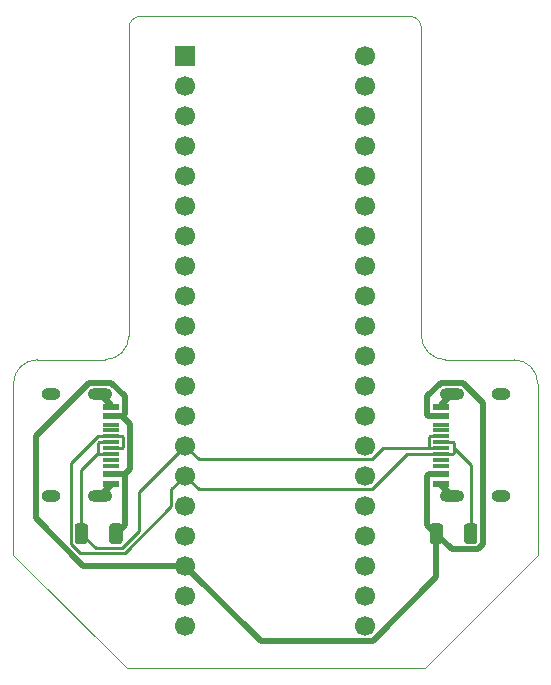
<source format=gbr>
%TF.GenerationSoftware,KiCad,Pcbnew,(5.1.10-1-10_14)*%
%TF.CreationDate,2021-07-13T06:28:44-07:00*%
%TF.ProjectId,Synapse,53796e61-7073-4652-9e6b-696361645f70,rev?*%
%TF.SameCoordinates,Original*%
%TF.FileFunction,Copper,L1,Top*%
%TF.FilePolarity,Positive*%
%FSLAX46Y46*%
G04 Gerber Fmt 4.6, Leading zero omitted, Abs format (unit mm)*
G04 Created by KiCad (PCBNEW (5.1.10-1-10_14)) date 2021-07-13 06:28:44*
%MOMM*%
%LPD*%
G01*
G04 APERTURE LIST*
%TA.AperFunction,Profile*%
%ADD10C,0.050000*%
%TD*%
%TA.AperFunction,SMDPad,CuDef*%
%ADD11R,1.450000X0.600000*%
%TD*%
%TA.AperFunction,SMDPad,CuDef*%
%ADD12R,1.450000X0.300000*%
%TD*%
%TA.AperFunction,ComponentPad*%
%ADD13O,2.100000X1.000000*%
%TD*%
%TA.AperFunction,ComponentPad*%
%ADD14O,1.600000X1.000000*%
%TD*%
%TA.AperFunction,ComponentPad*%
%ADD15C,1.700000*%
%TD*%
%TA.AperFunction,ComponentPad*%
%ADD16R,1.700000X1.700000*%
%TD*%
%TA.AperFunction,Conductor*%
%ADD17C,0.250000*%
%TD*%
%TA.AperFunction,Conductor*%
%ADD18C,0.500000*%
%TD*%
G04 APERTURE END LIST*
D10*
X163474400Y-75285600D02*
X173050200Y-65684400D01*
X138277600Y-75285600D02*
X128651000Y-65684400D01*
X171018200Y-49149000D02*
G75*
G02*
X173050200Y-51181000I0J-2032000D01*
G01*
X128651000Y-51181000D02*
G75*
G02*
X130683000Y-49149000I2032000J0D01*
G01*
X163195000Y-47117000D02*
X163195000Y-21082000D01*
X138430000Y-47117000D02*
X138430000Y-21082000D01*
X165227000Y-49149000D02*
X171018200Y-49149000D01*
X136398000Y-49149000D02*
X130683000Y-49149000D01*
X165227000Y-49149000D02*
G75*
G02*
X163195000Y-47117000I0J2032000D01*
G01*
X138430000Y-47117000D02*
G75*
G02*
X136398000Y-49149000I-2032000J0D01*
G01*
X139446000Y-20066000D02*
X162179000Y-20066000D01*
X128651000Y-65684400D02*
X128651000Y-51181000D01*
X163474400Y-75285600D02*
X138277600Y-75285600D01*
X173050200Y-51181000D02*
X173050200Y-65684400D01*
X162179000Y-20066000D02*
G75*
G02*
X163195000Y-21082000I0J-1016000D01*
G01*
X138430000Y-21082000D02*
G75*
G02*
X139446000Y-20066000I1016000J0D01*
G01*
%TO.P,R2,2*%
%TO.N,Net-(J1-PadA7)*%
%TA.AperFunction,SMDPad,CuDef*%
G36*
G01*
X166812800Y-64506001D02*
X166812800Y-63255999D01*
G75*
G02*
X167062799Y-63006000I249999J0D01*
G01*
X167687801Y-63006000D01*
G75*
G02*
X167937800Y-63255999I0J-249999D01*
G01*
X167937800Y-64506001D01*
G75*
G02*
X167687801Y-64756000I-249999J0D01*
G01*
X167062799Y-64756000D01*
G75*
G02*
X166812800Y-64506001I0J249999D01*
G01*
G37*
%TD.AperFunction*%
%TO.P,R2,1*%
%TO.N,Net-(J1-PadA4)*%
%TA.AperFunction,SMDPad,CuDef*%
G36*
G01*
X163887800Y-64506001D02*
X163887800Y-63255999D01*
G75*
G02*
X164137799Y-63006000I249999J0D01*
G01*
X164762801Y-63006000D01*
G75*
G02*
X165012800Y-63255999I0J-249999D01*
G01*
X165012800Y-64506001D01*
G75*
G02*
X164762801Y-64756000I-249999J0D01*
G01*
X164137799Y-64756000D01*
G75*
G02*
X163887800Y-64506001I0J249999D01*
G01*
G37*
%TD.AperFunction*%
%TD*%
%TO.P,R1,2*%
%TO.N,Net-(J1-PadA6)*%
%TA.AperFunction,SMDPad,CuDef*%
G36*
G01*
X134964600Y-63255999D02*
X134964600Y-64506001D01*
G75*
G02*
X134714601Y-64756000I-249999J0D01*
G01*
X134089599Y-64756000D01*
G75*
G02*
X133839600Y-64506001I0J249999D01*
G01*
X133839600Y-63255999D01*
G75*
G02*
X134089599Y-63006000I249999J0D01*
G01*
X134714601Y-63006000D01*
G75*
G02*
X134964600Y-63255999I0J-249999D01*
G01*
G37*
%TD.AperFunction*%
%TO.P,R1,1*%
%TO.N,Net-(J1-PadA4)*%
%TA.AperFunction,SMDPad,CuDef*%
G36*
G01*
X137889600Y-63255999D02*
X137889600Y-64506001D01*
G75*
G02*
X137639601Y-64756000I-249999J0D01*
G01*
X137014599Y-64756000D01*
G75*
G02*
X136764600Y-64506001I0J249999D01*
G01*
X136764600Y-63255999D01*
G75*
G02*
X137014599Y-63006000I249999J0D01*
G01*
X137639601Y-63006000D01*
G75*
G02*
X137889600Y-63255999I0J-249999D01*
G01*
G37*
%TD.AperFunction*%
%TD*%
D11*
%TO.P,USB1,B1*%
%TO.N,/GND*%
X136887000Y-59638000D03*
%TO.P,USB1,A9*%
%TO.N,Net-(J1-PadA4)*%
X136887000Y-58838000D03*
%TO.P,USB1,B9*%
X136887000Y-53938000D03*
%TO.P,USB1,B12*%
%TO.N,/GND*%
X136887000Y-53138000D03*
%TO.P,USB1,A1*%
X136887000Y-53138000D03*
%TO.P,USB1,A4*%
%TO.N,Net-(J1-PadA4)*%
X136887000Y-53938000D03*
%TO.P,USB1,B4*%
X136887000Y-58838000D03*
%TO.P,USB1,A12*%
%TO.N,/GND*%
X136887000Y-59638000D03*
D12*
%TO.P,USB1,B8*%
%TO.N,N/C*%
X136887000Y-54638000D03*
%TO.P,USB1,A5*%
X136887000Y-55138000D03*
%TO.P,USB1,B7*%
%TO.N,Net-(J1-PadA7)*%
X136887000Y-55638000D03*
%TO.P,USB1,A7*%
X136887000Y-56638000D03*
%TO.P,USB1,B6*%
%TO.N,Net-(J1-PadA6)*%
X136887000Y-57138000D03*
%TO.P,USB1,A8*%
%TO.N,N/C*%
X136887000Y-57638000D03*
%TO.P,USB1,B5*%
X136887000Y-58138000D03*
%TO.P,USB1,A6*%
%TO.N,Net-(J1-PadA6)*%
X136887000Y-56138000D03*
D13*
%TO.P,USB1,S1*%
%TO.N,/GND*%
X135972000Y-60708000D03*
X135972000Y-52068000D03*
D14*
X131792000Y-52068000D03*
X131792000Y-60708000D03*
%TD*%
D15*
%TO.P,U1,40*%
%TO.N,N/C*%
X158440000Y-23400000D03*
D16*
%TO.P,U1,1*%
X143200000Y-23400000D03*
D15*
%TO.P,U1,39*%
%TO.N,/GND*%
X158440000Y-25940000D03*
%TO.P,U1,2*%
%TO.N,N/C*%
X143200000Y-25940000D03*
%TO.P,U1,38*%
X158440000Y-28480000D03*
%TO.P,U1,3*%
X143200000Y-28480000D03*
%TO.P,U1,37*%
X158440000Y-31020000D03*
%TO.P,U1,4*%
X143200000Y-31020000D03*
%TO.P,U1,36*%
X158440000Y-33560000D03*
%TO.P,U1,5*%
X143200000Y-33560000D03*
%TO.P,U1,35*%
X158440000Y-36100000D03*
%TO.P,U1,6*%
X143200000Y-36100000D03*
%TO.P,U1,34*%
X158440000Y-38640000D03*
%TO.P,U1,7*%
X143200000Y-38640000D03*
%TO.P,U1,33*%
X158440000Y-41180000D03*
%TO.P,U1,8*%
X143200000Y-41180000D03*
%TO.P,U1,32*%
X158440000Y-43720000D03*
%TO.P,U1,9*%
X143200000Y-43720000D03*
%TO.P,U1,31*%
X158440000Y-46260000D03*
%TO.P,U1,10*%
X143200000Y-46260000D03*
%TO.P,U1,30*%
X158440000Y-48800000D03*
%TO.P,U1,11*%
X143200000Y-48800000D03*
%TO.P,U1,29*%
X158440000Y-51340000D03*
%TO.P,U1,12*%
X143200000Y-51340000D03*
%TO.P,U1,28*%
X158440000Y-53880000D03*
%TO.P,U1,13*%
X143200000Y-53880000D03*
%TO.P,U1,27*%
X158440000Y-56420000D03*
%TO.P,U1,14*%
%TO.N,Net-(J1-PadA6)*%
X143200000Y-56420000D03*
%TO.P,U1,26*%
%TO.N,N/C*%
X158440000Y-58960000D03*
%TO.P,U1,15*%
%TO.N,Net-(J1-PadA7)*%
X143200000Y-58960000D03*
%TO.P,U1,25*%
%TO.N,N/C*%
X158440000Y-61500000D03*
%TO.P,U1,16*%
X143200000Y-61500000D03*
%TO.P,U1,24*%
X158440000Y-64040000D03*
%TO.P,U1,17*%
X143200000Y-64040000D03*
%TO.P,U1,23*%
X158440000Y-66580000D03*
%TO.P,U1,18*%
%TO.N,Net-(J1-PadA4)*%
X143200000Y-66580000D03*
%TO.P,U1,22*%
%TO.N,N/C*%
X158440000Y-69120000D03*
%TO.P,U1,19*%
%TO.N,/GND*%
X143200000Y-69120000D03*
%TO.P,U1,21*%
%TO.N,N/C*%
X158440000Y-71660000D03*
%TO.P,U1,20*%
X143200000Y-71660000D03*
%TD*%
D11*
%TO.P,USB2,B1*%
%TO.N,/GND*%
X164865000Y-53138000D03*
%TO.P,USB2,A9*%
%TO.N,Net-(J1-PadA4)*%
X164865000Y-53938000D03*
%TO.P,USB2,B9*%
X164865000Y-58838000D03*
%TO.P,USB2,B12*%
%TO.N,/GND*%
X164865000Y-59638000D03*
%TO.P,USB2,A1*%
X164865000Y-59638000D03*
%TO.P,USB2,A4*%
%TO.N,Net-(J1-PadA4)*%
X164865000Y-58838000D03*
%TO.P,USB2,B4*%
X164865000Y-53938000D03*
%TO.P,USB2,A12*%
%TO.N,/GND*%
X164865000Y-53138000D03*
D12*
%TO.P,USB2,B8*%
%TO.N,N/C*%
X164865000Y-58138000D03*
%TO.P,USB2,A5*%
X164865000Y-57638000D03*
%TO.P,USB2,B7*%
%TO.N,Net-(J1-PadA7)*%
X164865000Y-57138000D03*
%TO.P,USB2,A7*%
X164865000Y-56138000D03*
%TO.P,USB2,B6*%
%TO.N,Net-(J1-PadA6)*%
X164865000Y-55638000D03*
%TO.P,USB2,A8*%
%TO.N,N/C*%
X164865000Y-55138000D03*
%TO.P,USB2,B5*%
X164865000Y-54638000D03*
%TO.P,USB2,A6*%
%TO.N,Net-(J1-PadA6)*%
X164865000Y-56638000D03*
D13*
%TO.P,USB2,S1*%
%TO.N,/GND*%
X165780000Y-52068000D03*
X165780000Y-60708000D03*
D14*
X169960000Y-60708000D03*
X169960000Y-52068000D03*
%TD*%
D17*
%TO.N,Net-(J1-PadA6)*%
X159004001Y-57595001D02*
X144375001Y-57595001D01*
X159961002Y-56638000D02*
X159004001Y-57595001D01*
X144375001Y-57595001D02*
X143200000Y-56420000D01*
X164865000Y-56638000D02*
X159961002Y-56638000D01*
X163814999Y-55727999D02*
X163814999Y-56548001D01*
X163904998Y-55638000D02*
X163814999Y-55727999D01*
X163814999Y-56548001D02*
X163879999Y-56613001D01*
X164865000Y-55638000D02*
X163904998Y-55638000D01*
X135836999Y-57048001D02*
X135926998Y-57138000D01*
X135926998Y-57138000D02*
X136887000Y-57138000D01*
X135836999Y-56213001D02*
X135836999Y-57048001D01*
X135912000Y-56138000D02*
X135836999Y-56213001D01*
X136140000Y-56138000D02*
X135926998Y-56138000D01*
X136887000Y-56138000D02*
X136140000Y-56138000D01*
X136140000Y-56138000D02*
X135912000Y-56138000D01*
X143200000Y-56444000D02*
X143200000Y-56420000D01*
X134402100Y-58482900D02*
X134402100Y-63881000D01*
X135836999Y-57048001D02*
X134402100Y-58482900D01*
X137877780Y-65081010D02*
X139268200Y-63690590D01*
X135602110Y-65081010D02*
X137877780Y-65081010D01*
X134402100Y-63881000D02*
X135602110Y-65081010D01*
X139268200Y-60351800D02*
X143200000Y-56420000D01*
X139268200Y-63690590D02*
X139268200Y-60351800D01*
%TO.N,Net-(J1-PadA7)*%
X144375001Y-60135001D02*
X143200000Y-58960000D01*
X159004001Y-60135001D02*
X144375001Y-60135001D01*
X162001002Y-57138000D02*
X159004001Y-60135001D01*
X164865000Y-57138000D02*
X162001002Y-57138000D01*
X165825002Y-57138000D02*
X164865000Y-57138000D01*
X165915001Y-57048001D02*
X165825002Y-57138000D01*
X165840000Y-56138000D02*
X165915001Y-56213001D01*
X164865000Y-56138000D02*
X165840000Y-56138000D01*
X167375300Y-58079100D02*
X167375300Y-63881000D01*
X165915001Y-56618801D02*
X167375300Y-58079100D01*
X165915001Y-56213001D02*
X165915001Y-56618801D01*
X165915001Y-56618801D02*
X165915001Y-57048001D01*
X137847002Y-55638000D02*
X136887000Y-55638000D01*
X137937001Y-55727999D02*
X137847002Y-55638000D01*
X137937001Y-56548001D02*
X137937001Y-55727999D01*
X137847002Y-56638000D02*
X137937001Y-56548001D01*
X136887000Y-56638000D02*
X137847002Y-56638000D01*
X142024999Y-60135001D02*
X143200000Y-58960000D01*
X138064181Y-65531019D02*
X142024999Y-61570201D01*
X134301429Y-65531019D02*
X138064181Y-65531019D01*
X133514590Y-57899000D02*
X133514590Y-64744180D01*
X142024999Y-61570201D02*
X142024999Y-60135001D01*
X133514590Y-64744180D02*
X134301429Y-65531019D01*
X135775590Y-55638000D02*
X133514590Y-57899000D01*
X136887000Y-55638000D02*
X135775590Y-55638000D01*
D18*
%TO.N,/GND*%
X136887000Y-59793000D02*
X135972000Y-60708000D01*
X136887000Y-59638000D02*
X136887000Y-59793000D01*
X136887000Y-52983000D02*
X135972000Y-52068000D01*
X136887000Y-53138000D02*
X136887000Y-52983000D01*
X164865000Y-59793000D02*
X165780000Y-60708000D01*
X164865000Y-59638000D02*
X164865000Y-59793000D01*
X164865000Y-52983000D02*
X165780000Y-52068000D01*
X164865000Y-53138000D02*
X164865000Y-52983000D01*
%TO.N,Net-(J1-PadA4)*%
X136887000Y-58838000D02*
X138112000Y-58838000D01*
X138062001Y-58887999D02*
X138112000Y-58838000D01*
X138062001Y-63146099D02*
X138062001Y-58887999D01*
X137327100Y-63881000D02*
X138062001Y-63146099D01*
X163829998Y-58838000D02*
X163689999Y-58977999D01*
X163689999Y-58977999D02*
X163689999Y-63120699D01*
X164865000Y-58838000D02*
X163829998Y-58838000D01*
X167977756Y-65206010D02*
X165775310Y-65206010D01*
X168387810Y-64795956D02*
X167977756Y-65206010D01*
X165775310Y-65206010D02*
X164450300Y-63881000D01*
X164836493Y-51117990D02*
X166723507Y-51117990D01*
X168387810Y-52782293D02*
X168387810Y-64795956D01*
X166723507Y-51117990D02*
X168387810Y-52782293D01*
X163689999Y-52264484D02*
X164836493Y-51117990D01*
X163689999Y-53798001D02*
X163689999Y-52264484D01*
X138512011Y-58437989D02*
X138512011Y-54578009D01*
X137872002Y-53938000D02*
X136887000Y-53938000D01*
X138512011Y-54578009D02*
X137872002Y-53938000D01*
X138112000Y-58838000D02*
X138512011Y-58437989D01*
X134537224Y-66580000D02*
X143200000Y-66580000D01*
X130541990Y-55604493D02*
X130541990Y-62584766D01*
X130541990Y-62584766D02*
X134537224Y-66580000D01*
X135028493Y-51117990D02*
X130541990Y-55604493D01*
X136915507Y-51117990D02*
X135028493Y-51117990D01*
X138062001Y-52264484D02*
X136915507Y-51117990D01*
X138062001Y-53748001D02*
X138062001Y-52264484D01*
X137872002Y-53938000D02*
X138062001Y-53748001D01*
X163829998Y-53938000D02*
X163689999Y-53798001D01*
X164865000Y-53938000D02*
X163829998Y-53938000D01*
X149580001Y-72960001D02*
X143200000Y-66580000D01*
X159064001Y-72960001D02*
X149580001Y-72960001D01*
X164450300Y-67573702D02*
X159064001Y-72960001D01*
X164450300Y-63881000D02*
X164450300Y-67573702D01*
X163689999Y-63120699D02*
X164450300Y-63881000D01*
%TD*%
M02*

</source>
